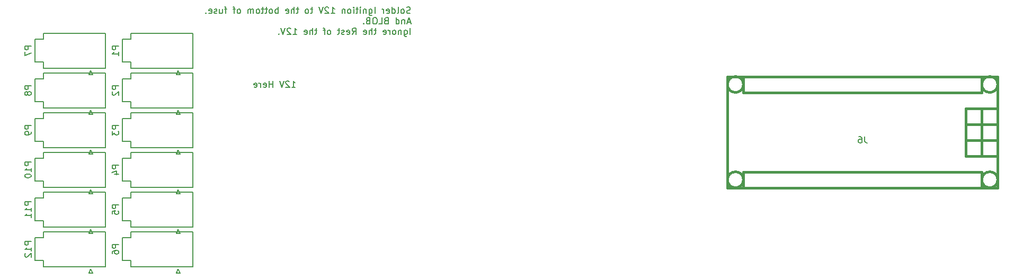
<source format=gbo>
G04 #@! TF.GenerationSoftware,KiCad,Pcbnew,5.0.0-rc2*
G04 #@! TF.CreationDate,2019-08-13T00:47:33-04:00*
G04 #@! TF.ProjectId,pcb,7063622E6B696361645F706362000000,rev?*
G04 #@! TF.SameCoordinates,Original*
G04 #@! TF.FileFunction,Legend,Bot*
G04 #@! TF.FilePolarity,Positive*
%FSLAX46Y46*%
G04 Gerber Fmt 4.6, Leading zero omitted, Abs format (unit mm)*
G04 Created by KiCad (PCBNEW 5.0.0-rc2) date Tue Aug 13 00:47:33 2019*
%MOMM*%
%LPD*%
G01*
G04 APERTURE LIST*
%ADD10C,0.152400*%
%ADD11C,0.150000*%
%ADD12C,0.381000*%
%ADD13C,0.203200*%
G04 APERTURE END LIST*
D10*
X99253523Y-41099619D02*
X99834095Y-41099619D01*
X99543809Y-41099619D02*
X99543809Y-40083619D01*
X99640571Y-40228761D01*
X99737333Y-40325523D01*
X99834095Y-40373904D01*
X98866476Y-40180380D02*
X98818095Y-40132000D01*
X98721333Y-40083619D01*
X98479428Y-40083619D01*
X98382666Y-40132000D01*
X98334285Y-40180380D01*
X98285904Y-40277142D01*
X98285904Y-40373904D01*
X98334285Y-40519047D01*
X98914857Y-41099619D01*
X98285904Y-41099619D01*
X97995619Y-40083619D02*
X97656952Y-41099619D01*
X97318285Y-40083619D01*
X96205523Y-41099619D02*
X96205523Y-40083619D01*
X96205523Y-40567428D02*
X95624952Y-40567428D01*
X95624952Y-41099619D02*
X95624952Y-40083619D01*
X94754095Y-41051238D02*
X94850857Y-41099619D01*
X95044380Y-41099619D01*
X95141142Y-41051238D01*
X95189523Y-40954476D01*
X95189523Y-40567428D01*
X95141142Y-40470666D01*
X95044380Y-40422285D01*
X94850857Y-40422285D01*
X94754095Y-40470666D01*
X94705714Y-40567428D01*
X94705714Y-40664190D01*
X95189523Y-40760952D01*
X94270285Y-41099619D02*
X94270285Y-40422285D01*
X94270285Y-40615809D02*
X94221904Y-40519047D01*
X94173523Y-40470666D01*
X94076761Y-40422285D01*
X93980000Y-40422285D01*
X93254285Y-41051238D02*
X93351047Y-41099619D01*
X93544571Y-41099619D01*
X93641333Y-41051238D01*
X93689714Y-40954476D01*
X93689714Y-40567428D01*
X93641333Y-40470666D01*
X93544571Y-40422285D01*
X93351047Y-40422285D01*
X93254285Y-40470666D01*
X93205904Y-40567428D01*
X93205904Y-40664190D01*
X93689714Y-40760952D01*
X118207416Y-29234838D02*
X118062273Y-29283219D01*
X117820368Y-29283219D01*
X117723606Y-29234838D01*
X117675225Y-29186457D01*
X117626844Y-29089695D01*
X117626844Y-28992933D01*
X117675225Y-28896171D01*
X117723606Y-28847790D01*
X117820368Y-28799409D01*
X118013892Y-28751028D01*
X118110654Y-28702647D01*
X118159035Y-28654266D01*
X118207416Y-28557504D01*
X118207416Y-28460742D01*
X118159035Y-28363980D01*
X118110654Y-28315600D01*
X118013892Y-28267219D01*
X117771987Y-28267219D01*
X117626844Y-28315600D01*
X117046273Y-29283219D02*
X117143035Y-29234838D01*
X117191416Y-29186457D01*
X117239797Y-29089695D01*
X117239797Y-28799409D01*
X117191416Y-28702647D01*
X117143035Y-28654266D01*
X117046273Y-28605885D01*
X116901130Y-28605885D01*
X116804368Y-28654266D01*
X116755987Y-28702647D01*
X116707606Y-28799409D01*
X116707606Y-29089695D01*
X116755987Y-29186457D01*
X116804368Y-29234838D01*
X116901130Y-29283219D01*
X117046273Y-29283219D01*
X116127035Y-29283219D02*
X116223797Y-29234838D01*
X116272178Y-29138076D01*
X116272178Y-28267219D01*
X115304559Y-29283219D02*
X115304559Y-28267219D01*
X115304559Y-29234838D02*
X115401320Y-29283219D01*
X115594844Y-29283219D01*
X115691606Y-29234838D01*
X115739987Y-29186457D01*
X115788368Y-29089695D01*
X115788368Y-28799409D01*
X115739987Y-28702647D01*
X115691606Y-28654266D01*
X115594844Y-28605885D01*
X115401320Y-28605885D01*
X115304559Y-28654266D01*
X114433701Y-29234838D02*
X114530463Y-29283219D01*
X114723987Y-29283219D01*
X114820749Y-29234838D01*
X114869130Y-29138076D01*
X114869130Y-28751028D01*
X114820749Y-28654266D01*
X114723987Y-28605885D01*
X114530463Y-28605885D01*
X114433701Y-28654266D01*
X114385320Y-28751028D01*
X114385320Y-28847790D01*
X114869130Y-28944552D01*
X113949892Y-29283219D02*
X113949892Y-28605885D01*
X113949892Y-28799409D02*
X113901511Y-28702647D01*
X113853130Y-28654266D01*
X113756368Y-28605885D01*
X113659606Y-28605885D01*
X112546844Y-29283219D02*
X112546844Y-28267219D01*
X111627606Y-28605885D02*
X111627606Y-29428361D01*
X111675987Y-29525123D01*
X111724368Y-29573504D01*
X111821130Y-29621885D01*
X111966273Y-29621885D01*
X112063035Y-29573504D01*
X111627606Y-29234838D02*
X111724368Y-29283219D01*
X111917892Y-29283219D01*
X112014654Y-29234838D01*
X112063035Y-29186457D01*
X112111416Y-29089695D01*
X112111416Y-28799409D01*
X112063035Y-28702647D01*
X112014654Y-28654266D01*
X111917892Y-28605885D01*
X111724368Y-28605885D01*
X111627606Y-28654266D01*
X111143797Y-28605885D02*
X111143797Y-29283219D01*
X111143797Y-28702647D02*
X111095416Y-28654266D01*
X110998654Y-28605885D01*
X110853511Y-28605885D01*
X110756749Y-28654266D01*
X110708368Y-28751028D01*
X110708368Y-29283219D01*
X110224559Y-29283219D02*
X110224559Y-28605885D01*
X110224559Y-28267219D02*
X110272940Y-28315600D01*
X110224559Y-28363980D01*
X110176178Y-28315600D01*
X110224559Y-28267219D01*
X110224559Y-28363980D01*
X109885892Y-28605885D02*
X109498844Y-28605885D01*
X109740749Y-28267219D02*
X109740749Y-29138076D01*
X109692368Y-29234838D01*
X109595606Y-29283219D01*
X109498844Y-29283219D01*
X109160178Y-29283219D02*
X109160178Y-28605885D01*
X109160178Y-28267219D02*
X109208559Y-28315600D01*
X109160178Y-28363980D01*
X109111797Y-28315600D01*
X109160178Y-28267219D01*
X109160178Y-28363980D01*
X108531225Y-29283219D02*
X108627987Y-29234838D01*
X108676368Y-29186457D01*
X108724749Y-29089695D01*
X108724749Y-28799409D01*
X108676368Y-28702647D01*
X108627987Y-28654266D01*
X108531225Y-28605885D01*
X108386082Y-28605885D01*
X108289320Y-28654266D01*
X108240940Y-28702647D01*
X108192559Y-28799409D01*
X108192559Y-29089695D01*
X108240940Y-29186457D01*
X108289320Y-29234838D01*
X108386082Y-29283219D01*
X108531225Y-29283219D01*
X107757130Y-28605885D02*
X107757130Y-29283219D01*
X107757130Y-28702647D02*
X107708749Y-28654266D01*
X107611987Y-28605885D01*
X107466844Y-28605885D01*
X107370082Y-28654266D01*
X107321701Y-28751028D01*
X107321701Y-29283219D01*
X105531606Y-29283219D02*
X106112178Y-29283219D01*
X105821892Y-29283219D02*
X105821892Y-28267219D01*
X105918654Y-28412361D01*
X106015416Y-28509123D01*
X106112178Y-28557504D01*
X105144559Y-28363980D02*
X105096178Y-28315600D01*
X104999416Y-28267219D01*
X104757511Y-28267219D01*
X104660749Y-28315600D01*
X104612368Y-28363980D01*
X104563987Y-28460742D01*
X104563987Y-28557504D01*
X104612368Y-28702647D01*
X105192940Y-29283219D01*
X104563987Y-29283219D01*
X104273701Y-28267219D02*
X103935035Y-29283219D01*
X103596368Y-28267219D01*
X102628749Y-28605885D02*
X102241701Y-28605885D01*
X102483606Y-28267219D02*
X102483606Y-29138076D01*
X102435225Y-29234838D01*
X102338463Y-29283219D01*
X102241701Y-29283219D01*
X101757892Y-29283219D02*
X101854654Y-29234838D01*
X101903035Y-29186457D01*
X101951416Y-29089695D01*
X101951416Y-28799409D01*
X101903035Y-28702647D01*
X101854654Y-28654266D01*
X101757892Y-28605885D01*
X101612749Y-28605885D01*
X101515987Y-28654266D01*
X101467606Y-28702647D01*
X101419225Y-28799409D01*
X101419225Y-29089695D01*
X101467606Y-29186457D01*
X101515987Y-29234838D01*
X101612749Y-29283219D01*
X101757892Y-29283219D01*
X100354844Y-28605885D02*
X99967797Y-28605885D01*
X100209701Y-28267219D02*
X100209701Y-29138076D01*
X100161320Y-29234838D01*
X100064559Y-29283219D01*
X99967797Y-29283219D01*
X99629130Y-29283219D02*
X99629130Y-28267219D01*
X99193701Y-29283219D02*
X99193701Y-28751028D01*
X99242082Y-28654266D01*
X99338844Y-28605885D01*
X99483987Y-28605885D01*
X99580749Y-28654266D01*
X99629130Y-28702647D01*
X98322844Y-29234838D02*
X98419606Y-29283219D01*
X98613130Y-29283219D01*
X98709892Y-29234838D01*
X98758273Y-29138076D01*
X98758273Y-28751028D01*
X98709892Y-28654266D01*
X98613130Y-28605885D01*
X98419606Y-28605885D01*
X98322844Y-28654266D01*
X98274463Y-28751028D01*
X98274463Y-28847790D01*
X98758273Y-28944552D01*
X97064940Y-29283219D02*
X97064940Y-28267219D01*
X97064940Y-28654266D02*
X96968178Y-28605885D01*
X96774654Y-28605885D01*
X96677892Y-28654266D01*
X96629511Y-28702647D01*
X96581130Y-28799409D01*
X96581130Y-29089695D01*
X96629511Y-29186457D01*
X96677892Y-29234838D01*
X96774654Y-29283219D01*
X96968178Y-29283219D01*
X97064940Y-29234838D01*
X96000559Y-29283219D02*
X96097320Y-29234838D01*
X96145701Y-29186457D01*
X96194082Y-29089695D01*
X96194082Y-28799409D01*
X96145701Y-28702647D01*
X96097320Y-28654266D01*
X96000559Y-28605885D01*
X95855416Y-28605885D01*
X95758654Y-28654266D01*
X95710273Y-28702647D01*
X95661892Y-28799409D01*
X95661892Y-29089695D01*
X95710273Y-29186457D01*
X95758654Y-29234838D01*
X95855416Y-29283219D01*
X96000559Y-29283219D01*
X95371606Y-28605885D02*
X94984559Y-28605885D01*
X95226463Y-28267219D02*
X95226463Y-29138076D01*
X95178082Y-29234838D01*
X95081320Y-29283219D01*
X94984559Y-29283219D01*
X94791035Y-28605885D02*
X94403987Y-28605885D01*
X94645892Y-28267219D02*
X94645892Y-29138076D01*
X94597511Y-29234838D01*
X94500749Y-29283219D01*
X94403987Y-29283219D01*
X93920178Y-29283219D02*
X94016940Y-29234838D01*
X94065320Y-29186457D01*
X94113701Y-29089695D01*
X94113701Y-28799409D01*
X94065320Y-28702647D01*
X94016940Y-28654266D01*
X93920178Y-28605885D01*
X93775035Y-28605885D01*
X93678273Y-28654266D01*
X93629892Y-28702647D01*
X93581511Y-28799409D01*
X93581511Y-29089695D01*
X93629892Y-29186457D01*
X93678273Y-29234838D01*
X93775035Y-29283219D01*
X93920178Y-29283219D01*
X93146082Y-29283219D02*
X93146082Y-28605885D01*
X93146082Y-28702647D02*
X93097701Y-28654266D01*
X93000940Y-28605885D01*
X92855797Y-28605885D01*
X92759035Y-28654266D01*
X92710654Y-28751028D01*
X92710654Y-29283219D01*
X92710654Y-28751028D02*
X92662273Y-28654266D01*
X92565511Y-28605885D01*
X92420368Y-28605885D01*
X92323606Y-28654266D01*
X92275225Y-28751028D01*
X92275225Y-29283219D01*
X90872178Y-29283219D02*
X90968940Y-29234838D01*
X91017320Y-29186457D01*
X91065701Y-29089695D01*
X91065701Y-28799409D01*
X91017320Y-28702647D01*
X90968940Y-28654266D01*
X90872178Y-28605885D01*
X90727035Y-28605885D01*
X90630273Y-28654266D01*
X90581892Y-28702647D01*
X90533511Y-28799409D01*
X90533511Y-29089695D01*
X90581892Y-29186457D01*
X90630273Y-29234838D01*
X90727035Y-29283219D01*
X90872178Y-29283219D01*
X90243225Y-28605885D02*
X89856178Y-28605885D01*
X90098082Y-29283219D02*
X90098082Y-28412361D01*
X90049701Y-28315600D01*
X89952940Y-28267219D01*
X89856178Y-28267219D01*
X88888559Y-28605885D02*
X88501511Y-28605885D01*
X88743416Y-29283219D02*
X88743416Y-28412361D01*
X88695035Y-28315600D01*
X88598273Y-28267219D01*
X88501511Y-28267219D01*
X87727416Y-28605885D02*
X87727416Y-29283219D01*
X88162844Y-28605885D02*
X88162844Y-29138076D01*
X88114463Y-29234838D01*
X88017701Y-29283219D01*
X87872559Y-29283219D01*
X87775797Y-29234838D01*
X87727416Y-29186457D01*
X87291987Y-29234838D02*
X87195225Y-29283219D01*
X87001701Y-29283219D01*
X86904940Y-29234838D01*
X86856559Y-29138076D01*
X86856559Y-29089695D01*
X86904940Y-28992933D01*
X87001701Y-28944552D01*
X87146844Y-28944552D01*
X87243606Y-28896171D01*
X87291987Y-28799409D01*
X87291987Y-28751028D01*
X87243606Y-28654266D01*
X87146844Y-28605885D01*
X87001701Y-28605885D01*
X86904940Y-28654266D01*
X86034082Y-29234838D02*
X86130844Y-29283219D01*
X86324368Y-29283219D01*
X86421130Y-29234838D01*
X86469511Y-29138076D01*
X86469511Y-28751028D01*
X86421130Y-28654266D01*
X86324368Y-28605885D01*
X86130844Y-28605885D01*
X86034082Y-28654266D01*
X85985701Y-28751028D01*
X85985701Y-28847790D01*
X86469511Y-28944552D01*
X85550273Y-29186457D02*
X85501892Y-29234838D01*
X85550273Y-29283219D01*
X85598654Y-29234838D01*
X85550273Y-29186457D01*
X85550273Y-29283219D01*
X118207416Y-30669333D02*
X117723606Y-30669333D01*
X118304178Y-30959619D02*
X117965511Y-29943619D01*
X117626844Y-30959619D01*
X117288178Y-30282285D02*
X117288178Y-30959619D01*
X117288178Y-30379047D02*
X117239797Y-30330666D01*
X117143035Y-30282285D01*
X116997892Y-30282285D01*
X116901130Y-30330666D01*
X116852749Y-30427428D01*
X116852749Y-30959619D01*
X115933511Y-30959619D02*
X115933511Y-29943619D01*
X115933511Y-30911238D02*
X116030273Y-30959619D01*
X116223797Y-30959619D01*
X116320559Y-30911238D01*
X116368939Y-30862857D01*
X116417320Y-30766095D01*
X116417320Y-30475809D01*
X116368939Y-30379047D01*
X116320559Y-30330666D01*
X116223797Y-30282285D01*
X116030273Y-30282285D01*
X115933511Y-30330666D01*
X114336939Y-30427428D02*
X114191797Y-30475809D01*
X114143416Y-30524190D01*
X114095035Y-30620952D01*
X114095035Y-30766095D01*
X114143416Y-30862857D01*
X114191797Y-30911238D01*
X114288559Y-30959619D01*
X114675606Y-30959619D01*
X114675606Y-29943619D01*
X114336939Y-29943619D01*
X114240178Y-29992000D01*
X114191797Y-30040380D01*
X114143416Y-30137142D01*
X114143416Y-30233904D01*
X114191797Y-30330666D01*
X114240178Y-30379047D01*
X114336939Y-30427428D01*
X114675606Y-30427428D01*
X113175797Y-30959619D02*
X113659606Y-30959619D01*
X113659606Y-29943619D01*
X112643606Y-29943619D02*
X112450082Y-29943619D01*
X112353320Y-29992000D01*
X112256559Y-30088761D01*
X112208178Y-30282285D01*
X112208178Y-30620952D01*
X112256559Y-30814476D01*
X112353320Y-30911238D01*
X112450082Y-30959619D01*
X112643606Y-30959619D01*
X112740368Y-30911238D01*
X112837130Y-30814476D01*
X112885511Y-30620952D01*
X112885511Y-30282285D01*
X112837130Y-30088761D01*
X112740368Y-29992000D01*
X112643606Y-29943619D01*
X111434082Y-30427428D02*
X111288940Y-30475809D01*
X111240559Y-30524190D01*
X111192178Y-30620952D01*
X111192178Y-30766095D01*
X111240559Y-30862857D01*
X111288940Y-30911238D01*
X111385701Y-30959619D01*
X111772749Y-30959619D01*
X111772749Y-29943619D01*
X111434082Y-29943619D01*
X111337320Y-29992000D01*
X111288940Y-30040380D01*
X111240559Y-30137142D01*
X111240559Y-30233904D01*
X111288940Y-30330666D01*
X111337320Y-30379047D01*
X111434082Y-30427428D01*
X111772749Y-30427428D01*
X110756749Y-30862857D02*
X110708368Y-30911238D01*
X110756749Y-30959619D01*
X110805130Y-30911238D01*
X110756749Y-30862857D01*
X110756749Y-30959619D01*
X118159035Y-32636019D02*
X118159035Y-31620019D01*
X117239797Y-31958685D02*
X117239797Y-32781161D01*
X117288178Y-32877923D01*
X117336559Y-32926304D01*
X117433320Y-32974685D01*
X117578463Y-32974685D01*
X117675225Y-32926304D01*
X117239797Y-32587638D02*
X117336559Y-32636019D01*
X117530082Y-32636019D01*
X117626844Y-32587638D01*
X117675225Y-32539257D01*
X117723606Y-32442495D01*
X117723606Y-32152209D01*
X117675225Y-32055447D01*
X117626844Y-32007066D01*
X117530082Y-31958685D01*
X117336559Y-31958685D01*
X117239797Y-32007066D01*
X116755987Y-31958685D02*
X116755987Y-32636019D01*
X116755987Y-32055447D02*
X116707606Y-32007066D01*
X116610844Y-31958685D01*
X116465701Y-31958685D01*
X116368940Y-32007066D01*
X116320559Y-32103828D01*
X116320559Y-32636019D01*
X115691606Y-32636019D02*
X115788368Y-32587638D01*
X115836749Y-32539257D01*
X115885130Y-32442495D01*
X115885130Y-32152209D01*
X115836749Y-32055447D01*
X115788368Y-32007066D01*
X115691606Y-31958685D01*
X115546463Y-31958685D01*
X115449701Y-32007066D01*
X115401320Y-32055447D01*
X115352940Y-32152209D01*
X115352940Y-32442495D01*
X115401320Y-32539257D01*
X115449701Y-32587638D01*
X115546463Y-32636019D01*
X115691606Y-32636019D01*
X114917511Y-32636019D02*
X114917511Y-31958685D01*
X114917511Y-32152209D02*
X114869130Y-32055447D01*
X114820749Y-32007066D01*
X114723987Y-31958685D01*
X114627225Y-31958685D01*
X113901511Y-32587638D02*
X113998273Y-32636019D01*
X114191797Y-32636019D01*
X114288559Y-32587638D01*
X114336940Y-32490876D01*
X114336940Y-32103828D01*
X114288559Y-32007066D01*
X114191797Y-31958685D01*
X113998273Y-31958685D01*
X113901511Y-32007066D01*
X113853130Y-32103828D01*
X113853130Y-32200590D01*
X114336940Y-32297352D01*
X112788749Y-31958685D02*
X112401701Y-31958685D01*
X112643606Y-31620019D02*
X112643606Y-32490876D01*
X112595225Y-32587638D01*
X112498463Y-32636019D01*
X112401701Y-32636019D01*
X112063035Y-32636019D02*
X112063035Y-31620019D01*
X111627606Y-32636019D02*
X111627606Y-32103828D01*
X111675987Y-32007066D01*
X111772749Y-31958685D01*
X111917892Y-31958685D01*
X112014654Y-32007066D01*
X112063035Y-32055447D01*
X110756749Y-32587638D02*
X110853511Y-32636019D01*
X111047035Y-32636019D01*
X111143797Y-32587638D01*
X111192178Y-32490876D01*
X111192178Y-32103828D01*
X111143797Y-32007066D01*
X111047035Y-31958685D01*
X110853511Y-31958685D01*
X110756749Y-32007066D01*
X110708368Y-32103828D01*
X110708368Y-32200590D01*
X111192178Y-32297352D01*
X108918273Y-32636019D02*
X109256940Y-32152209D01*
X109498844Y-32636019D02*
X109498844Y-31620019D01*
X109111797Y-31620019D01*
X109015035Y-31668400D01*
X108966654Y-31716780D01*
X108918273Y-31813542D01*
X108918273Y-31958685D01*
X108966654Y-32055447D01*
X109015035Y-32103828D01*
X109111797Y-32152209D01*
X109498844Y-32152209D01*
X108095797Y-32587638D02*
X108192559Y-32636019D01*
X108386082Y-32636019D01*
X108482844Y-32587638D01*
X108531225Y-32490876D01*
X108531225Y-32103828D01*
X108482844Y-32007066D01*
X108386082Y-31958685D01*
X108192559Y-31958685D01*
X108095797Y-32007066D01*
X108047416Y-32103828D01*
X108047416Y-32200590D01*
X108531225Y-32297352D01*
X107660368Y-32587638D02*
X107563606Y-32636019D01*
X107370082Y-32636019D01*
X107273320Y-32587638D01*
X107224940Y-32490876D01*
X107224940Y-32442495D01*
X107273320Y-32345733D01*
X107370082Y-32297352D01*
X107515225Y-32297352D01*
X107611987Y-32248971D01*
X107660368Y-32152209D01*
X107660368Y-32103828D01*
X107611987Y-32007066D01*
X107515225Y-31958685D01*
X107370082Y-31958685D01*
X107273320Y-32007066D01*
X106934654Y-31958685D02*
X106547606Y-31958685D01*
X106789511Y-31620019D02*
X106789511Y-32490876D01*
X106741130Y-32587638D01*
X106644368Y-32636019D01*
X106547606Y-32636019D01*
X105289701Y-32636019D02*
X105386463Y-32587638D01*
X105434844Y-32539257D01*
X105483225Y-32442495D01*
X105483225Y-32152209D01*
X105434844Y-32055447D01*
X105386463Y-32007066D01*
X105289701Y-31958685D01*
X105144559Y-31958685D01*
X105047797Y-32007066D01*
X104999416Y-32055447D01*
X104951035Y-32152209D01*
X104951035Y-32442495D01*
X104999416Y-32539257D01*
X105047797Y-32587638D01*
X105144559Y-32636019D01*
X105289701Y-32636019D01*
X104660749Y-31958685D02*
X104273701Y-31958685D01*
X104515606Y-32636019D02*
X104515606Y-31765161D01*
X104467225Y-31668400D01*
X104370463Y-31620019D01*
X104273701Y-31620019D01*
X103306082Y-31958685D02*
X102919035Y-31958685D01*
X103160940Y-31620019D02*
X103160940Y-32490876D01*
X103112559Y-32587638D01*
X103015797Y-32636019D01*
X102919035Y-32636019D01*
X102580368Y-32636019D02*
X102580368Y-31620019D01*
X102144940Y-32636019D02*
X102144940Y-32103828D01*
X102193320Y-32007066D01*
X102290082Y-31958685D01*
X102435225Y-31958685D01*
X102531987Y-32007066D01*
X102580368Y-32055447D01*
X101274082Y-32587638D02*
X101370844Y-32636019D01*
X101564368Y-32636019D01*
X101661130Y-32587638D01*
X101709511Y-32490876D01*
X101709511Y-32103828D01*
X101661130Y-32007066D01*
X101564368Y-31958685D01*
X101370844Y-31958685D01*
X101274082Y-32007066D01*
X101225701Y-32103828D01*
X101225701Y-32200590D01*
X101709511Y-32297352D01*
X99483987Y-32636019D02*
X100064559Y-32636019D01*
X99774273Y-32636019D02*
X99774273Y-31620019D01*
X99871035Y-31765161D01*
X99967797Y-31861923D01*
X100064559Y-31910304D01*
X99096940Y-31716780D02*
X99048559Y-31668400D01*
X98951797Y-31620019D01*
X98709892Y-31620019D01*
X98613130Y-31668400D01*
X98564749Y-31716780D01*
X98516368Y-31813542D01*
X98516368Y-31910304D01*
X98564749Y-32055447D01*
X99145320Y-32636019D01*
X98516368Y-32636019D01*
X98226082Y-31620019D02*
X97887416Y-32636019D01*
X97548749Y-31620019D01*
X97210082Y-32539257D02*
X97161701Y-32587638D01*
X97210082Y-32636019D01*
X97258463Y-32587638D01*
X97210082Y-32539257D01*
X97210082Y-32636019D01*
D11*
G04 #@! TO.C,P1*
X81430400Y-39025500D02*
X81130400Y-38425500D01*
X80830400Y-39025500D02*
X81430400Y-39025500D01*
X81130400Y-38425500D02*
X80830400Y-39025500D01*
X72180400Y-33425500D02*
X72180400Y-35225500D01*
X73580400Y-33425500D02*
X72180400Y-33425500D01*
X73580400Y-32425500D02*
X73580400Y-33425500D01*
X83480400Y-32425500D02*
X73580400Y-32425500D01*
X83480400Y-35225500D02*
X83480400Y-32425500D01*
X72180400Y-37025500D02*
X72180400Y-35225500D01*
X73580400Y-37025500D02*
X72180400Y-37025500D01*
X73580400Y-38025500D02*
X73580400Y-37025500D01*
X83480400Y-38025500D02*
X73580400Y-38025500D01*
X83480400Y-35225500D02*
X83480400Y-38025500D01*
G04 #@! TO.C,P2*
X83480400Y-41575500D02*
X83480400Y-44375500D01*
X83480400Y-44375500D02*
X73580400Y-44375500D01*
X73580400Y-44375500D02*
X73580400Y-43375500D01*
X73580400Y-43375500D02*
X72180400Y-43375500D01*
X72180400Y-43375500D02*
X72180400Y-41575500D01*
X83480400Y-41575500D02*
X83480400Y-38775500D01*
X83480400Y-38775500D02*
X73580400Y-38775500D01*
X73580400Y-38775500D02*
X73580400Y-39775500D01*
X73580400Y-39775500D02*
X72180400Y-39775500D01*
X72180400Y-39775500D02*
X72180400Y-41575500D01*
X81130400Y-44775500D02*
X80830400Y-45375500D01*
X80830400Y-45375500D02*
X81430400Y-45375500D01*
X81430400Y-45375500D02*
X81130400Y-44775500D01*
G04 #@! TO.C,P3*
X81430400Y-51725500D02*
X81130400Y-51125500D01*
X80830400Y-51725500D02*
X81430400Y-51725500D01*
X81130400Y-51125500D02*
X80830400Y-51725500D01*
X72180400Y-46125500D02*
X72180400Y-47925500D01*
X73580400Y-46125500D02*
X72180400Y-46125500D01*
X73580400Y-45125500D02*
X73580400Y-46125500D01*
X83480400Y-45125500D02*
X73580400Y-45125500D01*
X83480400Y-47925500D02*
X83480400Y-45125500D01*
X72180400Y-49725500D02*
X72180400Y-47925500D01*
X73580400Y-49725500D02*
X72180400Y-49725500D01*
X73580400Y-50725500D02*
X73580400Y-49725500D01*
X83480400Y-50725500D02*
X73580400Y-50725500D01*
X83480400Y-47925500D02*
X83480400Y-50725500D01*
G04 #@! TO.C,P4*
X83480400Y-54275500D02*
X83480400Y-57075500D01*
X83480400Y-57075500D02*
X73580400Y-57075500D01*
X73580400Y-57075500D02*
X73580400Y-56075500D01*
X73580400Y-56075500D02*
X72180400Y-56075500D01*
X72180400Y-56075500D02*
X72180400Y-54275500D01*
X83480400Y-54275500D02*
X83480400Y-51475500D01*
X83480400Y-51475500D02*
X73580400Y-51475500D01*
X73580400Y-51475500D02*
X73580400Y-52475500D01*
X73580400Y-52475500D02*
X72180400Y-52475500D01*
X72180400Y-52475500D02*
X72180400Y-54275500D01*
X81130400Y-57475500D02*
X80830400Y-58075500D01*
X80830400Y-58075500D02*
X81430400Y-58075500D01*
X81430400Y-58075500D02*
X81130400Y-57475500D01*
G04 #@! TO.C,P5*
X81430400Y-64425500D02*
X81130400Y-63825500D01*
X80830400Y-64425500D02*
X81430400Y-64425500D01*
X81130400Y-63825500D02*
X80830400Y-64425500D01*
X72180400Y-58825500D02*
X72180400Y-60625500D01*
X73580400Y-58825500D02*
X72180400Y-58825500D01*
X73580400Y-57825500D02*
X73580400Y-58825500D01*
X83480400Y-57825500D02*
X73580400Y-57825500D01*
X83480400Y-60625500D02*
X83480400Y-57825500D01*
X72180400Y-62425500D02*
X72180400Y-60625500D01*
X73580400Y-62425500D02*
X72180400Y-62425500D01*
X73580400Y-63425500D02*
X73580400Y-62425500D01*
X83480400Y-63425500D02*
X73580400Y-63425500D01*
X83480400Y-60625500D02*
X83480400Y-63425500D01*
G04 #@! TO.C,P6*
X83480400Y-66975500D02*
X83480400Y-69775500D01*
X83480400Y-69775500D02*
X73580400Y-69775500D01*
X73580400Y-69775500D02*
X73580400Y-68775500D01*
X73580400Y-68775500D02*
X72180400Y-68775500D01*
X72180400Y-68775500D02*
X72180400Y-66975500D01*
X83480400Y-66975500D02*
X83480400Y-64175500D01*
X83480400Y-64175500D02*
X73580400Y-64175500D01*
X73580400Y-64175500D02*
X73580400Y-65175500D01*
X73580400Y-65175500D02*
X72180400Y-65175500D01*
X72180400Y-65175500D02*
X72180400Y-66975500D01*
X81130400Y-70175500D02*
X80830400Y-70775500D01*
X80830400Y-70775500D02*
X81430400Y-70775500D01*
X81430400Y-70775500D02*
X81130400Y-70175500D01*
G04 #@! TO.C,P7*
X67460400Y-39025500D02*
X67160400Y-38425500D01*
X66860400Y-39025500D02*
X67460400Y-39025500D01*
X67160400Y-38425500D02*
X66860400Y-39025500D01*
X58210400Y-33425500D02*
X58210400Y-35225500D01*
X59610400Y-33425500D02*
X58210400Y-33425500D01*
X59610400Y-32425500D02*
X59610400Y-33425500D01*
X69510400Y-32425500D02*
X59610400Y-32425500D01*
X69510400Y-35225500D02*
X69510400Y-32425500D01*
X58210400Y-37025500D02*
X58210400Y-35225500D01*
X59610400Y-37025500D02*
X58210400Y-37025500D01*
X59610400Y-38025500D02*
X59610400Y-37025500D01*
X69510400Y-38025500D02*
X59610400Y-38025500D01*
X69510400Y-35225500D02*
X69510400Y-38025500D01*
G04 #@! TO.C,P8*
X69510400Y-41575500D02*
X69510400Y-44375500D01*
X69510400Y-44375500D02*
X59610400Y-44375500D01*
X59610400Y-44375500D02*
X59610400Y-43375500D01*
X59610400Y-43375500D02*
X58210400Y-43375500D01*
X58210400Y-43375500D02*
X58210400Y-41575500D01*
X69510400Y-41575500D02*
X69510400Y-38775500D01*
X69510400Y-38775500D02*
X59610400Y-38775500D01*
X59610400Y-38775500D02*
X59610400Y-39775500D01*
X59610400Y-39775500D02*
X58210400Y-39775500D01*
X58210400Y-39775500D02*
X58210400Y-41575500D01*
X67160400Y-44775500D02*
X66860400Y-45375500D01*
X66860400Y-45375500D02*
X67460400Y-45375500D01*
X67460400Y-45375500D02*
X67160400Y-44775500D01*
G04 #@! TO.C,P9*
X69510400Y-47925500D02*
X69510400Y-50725500D01*
X69510400Y-50725500D02*
X59610400Y-50725500D01*
X59610400Y-50725500D02*
X59610400Y-49725500D01*
X59610400Y-49725500D02*
X58210400Y-49725500D01*
X58210400Y-49725500D02*
X58210400Y-47925500D01*
X69510400Y-47925500D02*
X69510400Y-45125500D01*
X69510400Y-45125500D02*
X59610400Y-45125500D01*
X59610400Y-45125500D02*
X59610400Y-46125500D01*
X59610400Y-46125500D02*
X58210400Y-46125500D01*
X58210400Y-46125500D02*
X58210400Y-47925500D01*
X67160400Y-51125500D02*
X66860400Y-51725500D01*
X66860400Y-51725500D02*
X67460400Y-51725500D01*
X67460400Y-51725500D02*
X67160400Y-51125500D01*
G04 #@! TO.C,P10*
X67460400Y-58075500D02*
X67160400Y-57475500D01*
X66860400Y-58075500D02*
X67460400Y-58075500D01*
X67160400Y-57475500D02*
X66860400Y-58075500D01*
X58210400Y-52475500D02*
X58210400Y-54275500D01*
X59610400Y-52475500D02*
X58210400Y-52475500D01*
X59610400Y-51475500D02*
X59610400Y-52475500D01*
X69510400Y-51475500D02*
X59610400Y-51475500D01*
X69510400Y-54275500D02*
X69510400Y-51475500D01*
X58210400Y-56075500D02*
X58210400Y-54275500D01*
X59610400Y-56075500D02*
X58210400Y-56075500D01*
X59610400Y-57075500D02*
X59610400Y-56075500D01*
X69510400Y-57075500D02*
X59610400Y-57075500D01*
X69510400Y-54275500D02*
X69510400Y-57075500D01*
G04 #@! TO.C,P11*
X69510400Y-60625500D02*
X69510400Y-63425500D01*
X69510400Y-63425500D02*
X59610400Y-63425500D01*
X59610400Y-63425500D02*
X59610400Y-62425500D01*
X59610400Y-62425500D02*
X58210400Y-62425500D01*
X58210400Y-62425500D02*
X58210400Y-60625500D01*
X69510400Y-60625500D02*
X69510400Y-57825500D01*
X69510400Y-57825500D02*
X59610400Y-57825500D01*
X59610400Y-57825500D02*
X59610400Y-58825500D01*
X59610400Y-58825500D02*
X58210400Y-58825500D01*
X58210400Y-58825500D02*
X58210400Y-60625500D01*
X67160400Y-63825500D02*
X66860400Y-64425500D01*
X66860400Y-64425500D02*
X67460400Y-64425500D01*
X67460400Y-64425500D02*
X67160400Y-63825500D01*
G04 #@! TO.C,P12*
X67460400Y-70775500D02*
X67160400Y-70175500D01*
X66860400Y-70775500D02*
X67460400Y-70775500D01*
X67160400Y-70175500D02*
X66860400Y-70775500D01*
X58210400Y-65175500D02*
X58210400Y-66975500D01*
X59610400Y-65175500D02*
X58210400Y-65175500D01*
X59610400Y-64175500D02*
X59610400Y-65175500D01*
X69510400Y-64175500D02*
X59610400Y-64175500D01*
X69510400Y-66975500D02*
X69510400Y-64175500D01*
X58210400Y-68775500D02*
X58210400Y-66975500D01*
X59610400Y-68775500D02*
X58210400Y-68775500D01*
X59610400Y-69775500D02*
X59610400Y-68775500D01*
X69510400Y-69775500D02*
X59610400Y-69775500D01*
X69510400Y-66975500D02*
X69510400Y-69775500D01*
D12*
G04 #@! TO.C,J6*
X207010000Y-46990000D02*
X212090000Y-46990000D01*
X207010000Y-49530000D02*
X212090000Y-49530000D01*
X209550000Y-44450000D02*
X209550000Y-52070000D01*
X212090000Y-44450000D02*
X207010000Y-44450000D01*
X207010000Y-44450000D02*
X207010000Y-52070000D01*
X207010000Y-52070000D02*
X212090000Y-52070000D01*
X168910000Y-39370000D02*
X212090000Y-39370000D01*
X212090000Y-57150000D02*
X168910000Y-57150000D01*
X212090000Y-57150000D02*
X212090000Y-39370000D01*
X168910000Y-57150000D02*
X168910000Y-39370000D01*
X212090000Y-40640000D02*
G75*
G03X212090000Y-40640000I-1270000J0D01*
G01*
X212090000Y-55880000D02*
G75*
G03X212090000Y-55880000I-1270000J0D01*
G01*
X171450000Y-40640000D02*
G75*
G03X171450000Y-40640000I-1270000J0D01*
G01*
X171450000Y-55880000D02*
G75*
G03X171450000Y-55880000I-1270000J0D01*
G01*
X171450000Y-41910000D02*
X209550000Y-41910000D01*
X209550000Y-54610000D02*
X171450000Y-54610000D01*
X171450000Y-57150000D02*
X171450000Y-54610000D01*
X171450000Y-41910000D02*
X171450000Y-39370000D01*
X209550000Y-39370000D02*
X209550000Y-41910000D01*
X209550000Y-57150000D02*
X209550000Y-54610000D01*
G04 #@! TO.C,P1*
D11*
X71582780Y-34487404D02*
X70582780Y-34487404D01*
X70582780Y-34868357D01*
X70630400Y-34963595D01*
X70678019Y-35011214D01*
X70773257Y-35058833D01*
X70916114Y-35058833D01*
X71011352Y-35011214D01*
X71058971Y-34963595D01*
X71106590Y-34868357D01*
X71106590Y-34487404D01*
X71582780Y-36011214D02*
X71582780Y-35439785D01*
X71582780Y-35725500D02*
X70582780Y-35725500D01*
X70725638Y-35630261D01*
X70820876Y-35535023D01*
X70868495Y-35439785D01*
G04 #@! TO.C,P2*
X71582780Y-40837404D02*
X70582780Y-40837404D01*
X70582780Y-41218357D01*
X70630400Y-41313595D01*
X70678019Y-41361214D01*
X70773257Y-41408833D01*
X70916114Y-41408833D01*
X71011352Y-41361214D01*
X71058971Y-41313595D01*
X71106590Y-41218357D01*
X71106590Y-40837404D01*
X70678019Y-41789785D02*
X70630399Y-41837404D01*
X70582780Y-41932642D01*
X70582780Y-42170738D01*
X70630399Y-42265976D01*
X70678019Y-42313595D01*
X70773257Y-42361214D01*
X70868495Y-42361214D01*
X71011352Y-42313595D01*
X71582780Y-41742166D01*
X71582780Y-42361214D01*
G04 #@! TO.C,P3*
X71582780Y-47187404D02*
X70582780Y-47187404D01*
X70582780Y-47568357D01*
X70630400Y-47663595D01*
X70678019Y-47711214D01*
X70773257Y-47758833D01*
X70916114Y-47758833D01*
X71011352Y-47711214D01*
X71058971Y-47663595D01*
X71106590Y-47568357D01*
X71106590Y-47187404D01*
X70582780Y-48092166D02*
X70582780Y-48711214D01*
X70963733Y-48377880D01*
X70963733Y-48520738D01*
X71011352Y-48615976D01*
X71058971Y-48663595D01*
X71154209Y-48711214D01*
X71392304Y-48711214D01*
X71487542Y-48663595D01*
X71535161Y-48615976D01*
X71582780Y-48520738D01*
X71582780Y-48235023D01*
X71535161Y-48139785D01*
X71487542Y-48092166D01*
G04 #@! TO.C,P4*
X71582780Y-53537404D02*
X70582780Y-53537404D01*
X70582780Y-53918357D01*
X70630400Y-54013595D01*
X70678019Y-54061214D01*
X70773257Y-54108833D01*
X70916114Y-54108833D01*
X71011352Y-54061214D01*
X71058971Y-54013595D01*
X71106590Y-53918357D01*
X71106590Y-53537404D01*
X70916114Y-54965976D02*
X71582780Y-54965976D01*
X70535161Y-54727880D02*
X71249447Y-54489785D01*
X71249447Y-55108833D01*
G04 #@! TO.C,P5*
X71582780Y-59887404D02*
X70582780Y-59887404D01*
X70582780Y-60268357D01*
X70630400Y-60363595D01*
X70678019Y-60411214D01*
X70773257Y-60458833D01*
X70916114Y-60458833D01*
X71011352Y-60411214D01*
X71058971Y-60363595D01*
X71106590Y-60268357D01*
X71106590Y-59887404D01*
X70582780Y-61363595D02*
X70582780Y-60887404D01*
X71058971Y-60839785D01*
X71011352Y-60887404D01*
X70963733Y-60982642D01*
X70963733Y-61220738D01*
X71011352Y-61315976D01*
X71058971Y-61363595D01*
X71154209Y-61411214D01*
X71392304Y-61411214D01*
X71487542Y-61363595D01*
X71535161Y-61315976D01*
X71582780Y-61220738D01*
X71582780Y-60982642D01*
X71535161Y-60887404D01*
X71487542Y-60839785D01*
G04 #@! TO.C,P6*
X71582780Y-66237404D02*
X70582780Y-66237404D01*
X70582780Y-66618357D01*
X70630400Y-66713595D01*
X70678019Y-66761214D01*
X70773257Y-66808833D01*
X70916114Y-66808833D01*
X71011352Y-66761214D01*
X71058971Y-66713595D01*
X71106590Y-66618357D01*
X71106590Y-66237404D01*
X70582780Y-67665976D02*
X70582780Y-67475500D01*
X70630399Y-67380261D01*
X70678019Y-67332642D01*
X70820876Y-67237404D01*
X71011352Y-67189785D01*
X71392304Y-67189785D01*
X71487542Y-67237404D01*
X71535161Y-67285023D01*
X71582780Y-67380261D01*
X71582780Y-67570738D01*
X71535161Y-67665976D01*
X71487542Y-67713595D01*
X71392304Y-67761214D01*
X71154209Y-67761214D01*
X71058971Y-67713595D01*
X71011352Y-67665976D01*
X70963733Y-67570738D01*
X70963733Y-67380261D01*
X71011352Y-67285023D01*
X71058971Y-67237404D01*
X71154209Y-67189785D01*
G04 #@! TO.C,P7*
X57612780Y-34487404D02*
X56612780Y-34487404D01*
X56612780Y-34868357D01*
X56660400Y-34963595D01*
X56708019Y-35011214D01*
X56803257Y-35058833D01*
X56946114Y-35058833D01*
X57041352Y-35011214D01*
X57088971Y-34963595D01*
X57136590Y-34868357D01*
X57136590Y-34487404D01*
X56612780Y-35392166D02*
X56612780Y-36058833D01*
X57612780Y-35630261D01*
G04 #@! TO.C,P8*
X57612780Y-40837404D02*
X56612780Y-40837404D01*
X56612780Y-41218357D01*
X56660400Y-41313595D01*
X56708019Y-41361214D01*
X56803257Y-41408833D01*
X56946114Y-41408833D01*
X57041352Y-41361214D01*
X57088971Y-41313595D01*
X57136590Y-41218357D01*
X57136590Y-40837404D01*
X57041352Y-41980261D02*
X56993733Y-41885023D01*
X56946114Y-41837404D01*
X56850876Y-41789785D01*
X56803257Y-41789785D01*
X56708019Y-41837404D01*
X56660399Y-41885023D01*
X56612780Y-41980261D01*
X56612780Y-42170738D01*
X56660399Y-42265976D01*
X56708019Y-42313595D01*
X56803257Y-42361214D01*
X56850876Y-42361214D01*
X56946114Y-42313595D01*
X56993733Y-42265976D01*
X57041352Y-42170738D01*
X57041352Y-41980261D01*
X57088971Y-41885023D01*
X57136590Y-41837404D01*
X57231828Y-41789785D01*
X57422304Y-41789785D01*
X57517542Y-41837404D01*
X57565161Y-41885023D01*
X57612780Y-41980261D01*
X57612780Y-42170738D01*
X57565161Y-42265976D01*
X57517542Y-42313595D01*
X57422304Y-42361214D01*
X57231828Y-42361214D01*
X57136590Y-42313595D01*
X57088971Y-42265976D01*
X57041352Y-42170738D01*
G04 #@! TO.C,P9*
X57612780Y-47187404D02*
X56612780Y-47187404D01*
X56612780Y-47568357D01*
X56660400Y-47663595D01*
X56708019Y-47711214D01*
X56803257Y-47758833D01*
X56946114Y-47758833D01*
X57041352Y-47711214D01*
X57088971Y-47663595D01*
X57136590Y-47568357D01*
X57136590Y-47187404D01*
X57612780Y-48235023D02*
X57612780Y-48425500D01*
X57565161Y-48520738D01*
X57517542Y-48568357D01*
X57374685Y-48663595D01*
X57184209Y-48711214D01*
X56803257Y-48711214D01*
X56708019Y-48663595D01*
X56660399Y-48615976D01*
X56612780Y-48520738D01*
X56612780Y-48330261D01*
X56660399Y-48235023D01*
X56708019Y-48187404D01*
X56803257Y-48139785D01*
X57041352Y-48139785D01*
X57136590Y-48187404D01*
X57184209Y-48235023D01*
X57231828Y-48330261D01*
X57231828Y-48520738D01*
X57184209Y-48615976D01*
X57136590Y-48663595D01*
X57041352Y-48711214D01*
G04 #@! TO.C,P10*
X57612780Y-53061214D02*
X56612780Y-53061214D01*
X56612780Y-53442166D01*
X56660400Y-53537404D01*
X56708019Y-53585023D01*
X56803257Y-53632642D01*
X56946114Y-53632642D01*
X57041352Y-53585023D01*
X57088971Y-53537404D01*
X57136590Y-53442166D01*
X57136590Y-53061214D01*
X57612780Y-54585023D02*
X57612780Y-54013595D01*
X57612780Y-54299309D02*
X56612780Y-54299309D01*
X56755638Y-54204071D01*
X56850876Y-54108833D01*
X56898495Y-54013595D01*
X56612780Y-55204071D02*
X56612780Y-55299309D01*
X56660399Y-55394547D01*
X56708019Y-55442166D01*
X56803257Y-55489785D01*
X56993733Y-55537404D01*
X57231828Y-55537404D01*
X57422304Y-55489785D01*
X57517542Y-55442166D01*
X57565161Y-55394547D01*
X57612780Y-55299309D01*
X57612780Y-55204071D01*
X57565161Y-55108833D01*
X57517542Y-55061214D01*
X57422304Y-55013595D01*
X57231828Y-54965976D01*
X56993733Y-54965976D01*
X56803257Y-55013595D01*
X56708019Y-55061214D01*
X56660399Y-55108833D01*
X56612780Y-55204071D01*
G04 #@! TO.C,P11*
X57612780Y-59411214D02*
X56612780Y-59411214D01*
X56612780Y-59792166D01*
X56660400Y-59887404D01*
X56708019Y-59935023D01*
X56803257Y-59982642D01*
X56946114Y-59982642D01*
X57041352Y-59935023D01*
X57088971Y-59887404D01*
X57136590Y-59792166D01*
X57136590Y-59411214D01*
X57612780Y-60935023D02*
X57612780Y-60363595D01*
X57612780Y-60649309D02*
X56612780Y-60649309D01*
X56755638Y-60554071D01*
X56850876Y-60458833D01*
X56898495Y-60363595D01*
X57612780Y-61887404D02*
X57612780Y-61315976D01*
X57612780Y-61601690D02*
X56612780Y-61601690D01*
X56755638Y-61506452D01*
X56850876Y-61411214D01*
X56898495Y-61315976D01*
G04 #@! TO.C,P12*
X57612780Y-65761214D02*
X56612780Y-65761214D01*
X56612780Y-66142166D01*
X56660400Y-66237404D01*
X56708019Y-66285023D01*
X56803257Y-66332642D01*
X56946114Y-66332642D01*
X57041352Y-66285023D01*
X57088971Y-66237404D01*
X57136590Y-66142166D01*
X57136590Y-65761214D01*
X57612780Y-67285023D02*
X57612780Y-66713595D01*
X57612780Y-66999309D02*
X56612780Y-66999309D01*
X56755638Y-66904071D01*
X56850876Y-66808833D01*
X56898495Y-66713595D01*
X56708019Y-67665976D02*
X56660399Y-67713595D01*
X56612780Y-67808833D01*
X56612780Y-68046928D01*
X56660399Y-68142166D01*
X56708019Y-68189785D01*
X56803257Y-68237404D01*
X56898495Y-68237404D01*
X57041352Y-68189785D01*
X57612780Y-67618357D01*
X57612780Y-68237404D01*
G04 #@! TO.C,J6*
D13*
X190838666Y-48973619D02*
X190838666Y-49699333D01*
X190887047Y-49844476D01*
X190983809Y-49941238D01*
X191128952Y-49989619D01*
X191225714Y-49989619D01*
X189919428Y-48973619D02*
X190112952Y-48973619D01*
X190209714Y-49022000D01*
X190258095Y-49070380D01*
X190354857Y-49215523D01*
X190403238Y-49409047D01*
X190403238Y-49796095D01*
X190354857Y-49892857D01*
X190306476Y-49941238D01*
X190209714Y-49989619D01*
X190016190Y-49989619D01*
X189919428Y-49941238D01*
X189871047Y-49892857D01*
X189822666Y-49796095D01*
X189822666Y-49554190D01*
X189871047Y-49457428D01*
X189919428Y-49409047D01*
X190016190Y-49360666D01*
X190209714Y-49360666D01*
X190306476Y-49409047D01*
X190354857Y-49457428D01*
X190403238Y-49554190D01*
G04 #@! TD*
M02*

</source>
